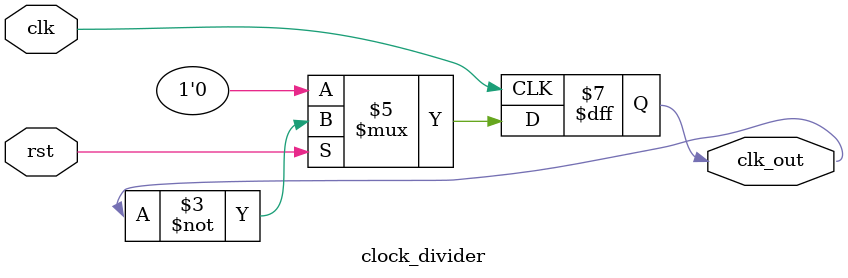
<source format=v>
module clock_divider(clk,clk_out ,rst);
input clk,rst;
output reg clk_out;
always@(posedge clk)
begin
if (~rst)
clk_out<=1'b0;
else 
clk_out<=~clk_out;
end
endmodule

</source>
